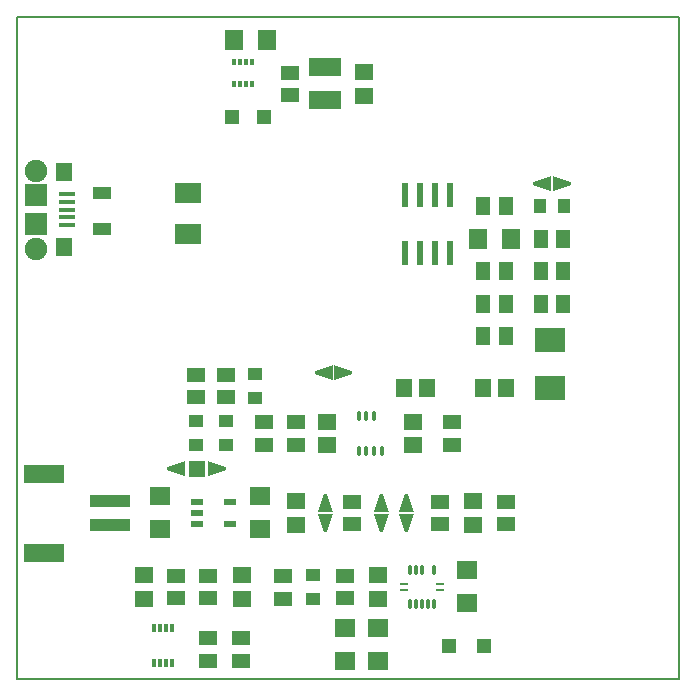
<source format=gtp>
G04 (created by PCBNEW (2013-07-07 BZR 4022)-stable) date 08-Nov-13 3:33:42 PM*
%MOIN*%
G04 Gerber Fmt 3.4, Leading zero omitted, Abs format*
%FSLAX34Y34*%
G01*
G70*
G90*
G04 APERTURE LIST*
%ADD10C,0.00590551*%
%ADD11R,0.0610236X0.0531496*%
%ADD12R,0.0511811X0.0511811*%
%ADD13R,0.059X0.0512*%
%ADD14R,0.0433071X0.023622*%
%ADD15R,0.0531496X0.0610236*%
%ADD16R,0.0874016X0.0688976*%
%ADD17R,0.05X0.04*%
%ADD18R,0.0984252X0.0787402*%
%ADD19R,0.0629921X0.0393701*%
%ADD20R,0.1337X0.059*%
%ADD21R,0.1377X0.0392*%
%ADD22R,0.024X0.08*%
%ADD23R,0.0512X0.059*%
%ADD24R,0.054X0.016*%
%ADD25R,0.056X0.063*%
%ADD26R,0.075X0.075*%
%ADD27C,0.075*%
%ADD28O,0.0110236X0.0334646*%
%ADD29R,0.0275591X0.0110236*%
%ADD30O,0.0137795X0.0334646*%
%ADD31R,0.011811X0.0275591*%
%ADD32R,0.063X0.071*%
%ADD33R,0.106X0.063*%
%ADD34R,0.071X0.063*%
%ADD35R,0.04X0.05*%
%ADD36R,0.0551181X0.0551181*%
%ADD37R,0.011811X0.019685*%
G04 APERTURE END LIST*
G54D10*
X36122Y-29429D02*
X58169Y-29429D01*
X36122Y-7381D02*
X58169Y-7381D01*
X36122Y-29429D02*
X36122Y-7381D01*
X58169Y-7381D02*
X58169Y-29429D01*
G54D11*
X47677Y-9212D03*
X47677Y-10000D03*
X51299Y-24301D03*
X51299Y-23513D03*
X48129Y-25984D03*
X48129Y-26771D03*
G54D12*
X51673Y-28346D03*
X50492Y-28346D03*
G54D13*
X43070Y-19310D03*
X43070Y-20060D03*
X42086Y-20060D03*
X42086Y-19310D03*
X44330Y-20884D03*
X44330Y-21634D03*
X50216Y-23532D03*
X50216Y-24282D03*
X45196Y-9231D03*
X45196Y-9981D03*
X47047Y-26752D03*
X47047Y-26002D03*
X44980Y-26772D03*
X44980Y-26022D03*
X50590Y-21634D03*
X50590Y-20884D03*
X45393Y-21634D03*
X45393Y-20884D03*
X52401Y-24282D03*
X52401Y-23532D03*
X47263Y-24282D03*
X47263Y-23532D03*
X42480Y-26002D03*
X42480Y-26752D03*
G54D10*
G36*
X46427Y-24532D02*
X46327Y-24532D01*
X46127Y-23932D01*
X46627Y-23932D01*
X46427Y-24532D01*
X46427Y-24532D01*
G37*
G36*
X46627Y-23882D02*
X46127Y-23882D01*
X46327Y-23282D01*
X46427Y-23282D01*
X46627Y-23882D01*
X46627Y-23882D01*
G37*
G54D14*
X42096Y-23533D03*
X42096Y-24281D03*
X42096Y-23907D03*
X43198Y-24281D03*
X43198Y-23533D03*
G54D11*
X46456Y-21653D03*
X46456Y-20866D03*
X49291Y-21653D03*
X49291Y-20866D03*
X45393Y-23513D03*
X45393Y-24301D03*
G54D15*
X48996Y-19744D03*
X49783Y-19744D03*
G54D11*
X43622Y-25984D03*
X43622Y-26771D03*
X40344Y-25984D03*
X40344Y-26771D03*
G54D15*
X52421Y-19744D03*
X51633Y-19744D03*
G54D16*
X41801Y-14625D03*
X41801Y-13248D03*
G54D17*
X42086Y-21659D03*
X42086Y-20859D03*
X43070Y-20859D03*
X43070Y-21659D03*
X45964Y-26777D03*
X45964Y-25977D03*
X44055Y-19285D03*
X44055Y-20085D03*
G54D18*
X53887Y-19744D03*
X53887Y-18129D03*
G54D19*
X38956Y-13248D03*
X38956Y-14429D03*
G54D20*
X37017Y-22599D03*
G54D21*
X39202Y-23524D03*
X39202Y-24310D03*
G54D20*
X37017Y-25235D03*
G54D22*
X49053Y-13301D03*
X49053Y-15242D03*
X49553Y-13301D03*
X50053Y-13301D03*
X50553Y-13301D03*
X49553Y-15242D03*
X50053Y-15242D03*
X50553Y-15242D03*
G54D13*
X41417Y-26002D03*
X41417Y-26752D03*
X43562Y-28839D03*
X43562Y-28089D03*
X42480Y-28839D03*
X42480Y-28089D03*
G54D23*
X51652Y-18011D03*
X52402Y-18011D03*
X51652Y-16929D03*
X52402Y-16929D03*
X54312Y-15846D03*
X53562Y-15846D03*
X53562Y-16929D03*
X54312Y-16929D03*
X52402Y-15846D03*
X51652Y-15846D03*
G54D10*
G36*
X48217Y-23282D02*
X48317Y-23282D01*
X48517Y-23882D01*
X48017Y-23882D01*
X48217Y-23282D01*
X48217Y-23282D01*
G37*
G36*
X48017Y-23932D02*
X48517Y-23932D01*
X48317Y-24532D01*
X48217Y-24532D01*
X48017Y-23932D01*
X48017Y-23932D01*
G37*
G36*
X49044Y-23282D02*
X49144Y-23282D01*
X49344Y-23882D01*
X48844Y-23882D01*
X49044Y-23282D01*
X49044Y-23282D01*
G37*
G36*
X48844Y-23932D02*
X49344Y-23932D01*
X49144Y-24532D01*
X49044Y-24532D01*
X48844Y-23932D01*
X48844Y-23932D01*
G37*
G54D24*
X37775Y-13799D03*
X37775Y-14055D03*
X37775Y-14311D03*
X37775Y-13543D03*
X37775Y-13287D03*
G54D25*
X37675Y-12549D03*
X37675Y-15049D03*
G54D26*
X36725Y-13324D03*
X36725Y-14274D03*
G54D27*
X36725Y-12499D03*
X36725Y-15099D03*
G54D28*
X50000Y-25797D03*
X49606Y-25797D03*
X49409Y-25797D03*
X49212Y-25797D03*
X49212Y-26958D03*
X49409Y-26958D03*
X49606Y-26958D03*
X49803Y-26958D03*
X50000Y-26958D03*
G54D29*
X49000Y-26279D03*
X49000Y-26476D03*
X50212Y-26279D03*
X50212Y-26476D03*
G54D30*
X48001Y-20679D03*
X47746Y-20679D03*
X47490Y-20679D03*
X47490Y-21840D03*
X47746Y-21840D03*
X48000Y-21840D03*
X48257Y-21840D03*
G54D31*
X41279Y-27755D03*
X41082Y-27755D03*
X40885Y-27755D03*
X40688Y-27755D03*
X40688Y-28897D03*
X40885Y-28897D03*
X41082Y-28897D03*
X41279Y-28897D03*
G54D32*
X43337Y-8149D03*
X44437Y-8149D03*
G54D33*
X46377Y-10156D03*
X46377Y-9056D03*
G54D34*
X44222Y-24457D03*
X44222Y-23357D03*
X40875Y-23357D03*
X40875Y-24457D03*
X51102Y-26927D03*
X51102Y-25827D03*
X47047Y-27757D03*
X47047Y-28857D03*
G54D32*
X52577Y-14763D03*
X51477Y-14763D03*
G54D34*
X48149Y-27757D03*
X48149Y-28857D03*
G54D35*
X53537Y-13681D03*
X54337Y-13681D03*
G54D23*
X54312Y-14763D03*
X53562Y-14763D03*
X51652Y-13681D03*
X52402Y-13681D03*
G54D10*
G36*
X47288Y-19182D02*
X47288Y-19282D01*
X46688Y-19482D01*
X46688Y-18982D01*
X47288Y-19182D01*
X47288Y-19182D01*
G37*
G36*
X46638Y-18982D02*
X46638Y-19482D01*
X46038Y-19282D01*
X46038Y-19182D01*
X46638Y-18982D01*
X46638Y-18982D01*
G37*
G36*
X41121Y-22481D02*
X41121Y-22381D01*
X41721Y-22181D01*
X41721Y-22681D01*
X41121Y-22481D01*
X41121Y-22481D01*
G37*
G36*
X42471Y-22681D02*
X42471Y-22181D01*
X43071Y-22381D01*
X43071Y-22481D01*
X42471Y-22681D01*
X42471Y-22681D01*
G37*
G54D36*
X42096Y-22431D03*
G54D12*
X44340Y-10728D03*
X43277Y-10728D03*
G54D37*
X43336Y-9616D03*
X43533Y-9616D03*
X43730Y-9616D03*
X43927Y-9616D03*
X43927Y-8868D03*
X43730Y-8868D03*
X43533Y-8868D03*
X43336Y-8868D03*
G54D10*
G36*
X54562Y-12883D02*
X54562Y-12983D01*
X53962Y-13183D01*
X53962Y-12683D01*
X54562Y-12883D01*
X54562Y-12883D01*
G37*
G36*
X53912Y-12683D02*
X53912Y-13183D01*
X53312Y-12983D01*
X53312Y-12883D01*
X53912Y-12683D01*
X53912Y-12683D01*
G37*
M02*

</source>
